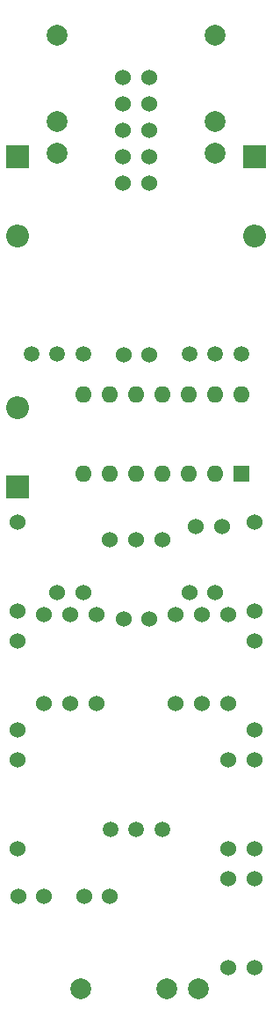
<source format=gbr>
%TF.GenerationSoftware,KiCad,Pcbnew,(6.0.2)*%
%TF.CreationDate,2022-09-19T13:12:04+01:00*%
%TF.ProjectId,comparator,636f6d70-6172-4617-946f-722e6b696361,rev?*%
%TF.SameCoordinates,Original*%
%TF.FileFunction,Soldermask,Bot*%
%TF.FilePolarity,Negative*%
%FSLAX46Y46*%
G04 Gerber Fmt 4.6, Leading zero omitted, Abs format (unit mm)*
G04 Created by KiCad (PCBNEW (6.0.2)) date 2022-09-19 13:12:04*
%MOMM*%
%LPD*%
G01*
G04 APERTURE LIST*
%ADD10C,2.000000*%
%ADD11C,1.524000*%
%ADD12C,1.500000*%
%ADD13O,2.200000X2.200000*%
%ADD14R,2.200000X2.200000*%
%ADD15R,1.600000X1.600000*%
%ADD16O,1.600000X1.600000*%
G04 APERTURE END LIST*
D10*
%TO.C,J1*%
X7620000Y-13620000D03*
X7620000Y-10520000D03*
X7620000Y-2220000D03*
%TD*%
D11*
%TO.C,SW1*%
X12700000Y-50800000D03*
X15240000Y-50800000D03*
X17780000Y-50800000D03*
%TD*%
%TO.C,LED3*%
X20340000Y-55880000D03*
X22840000Y-55880000D03*
%TD*%
%TO.C,LED1*%
X13990000Y-58420000D03*
X16490000Y-58420000D03*
%TD*%
D10*
%TO.C,J2*%
X22860000Y-13620000D03*
X22860000Y-10520000D03*
X22860000Y-2220000D03*
%TD*%
D12*
%TO.C,P2*%
X20360000Y-32900000D03*
X22860000Y-32900000D03*
X25360000Y-32900000D03*
%TD*%
D11*
%TO.C,LED2*%
X7620000Y-55880000D03*
X10120000Y-55880000D03*
%TD*%
D10*
%TO.C,J4*%
X21240000Y-93980000D03*
X18140000Y-93980000D03*
X9840000Y-93980000D03*
%TD*%
D12*
%TO.C,P1*%
X5120000Y-32900000D03*
X7620000Y-32900000D03*
X10120000Y-32900000D03*
%TD*%
%TO.C,P3*%
X12740000Y-78620000D03*
X15240000Y-78620000D03*
X17740000Y-78620000D03*
%TD*%
D11*
%TO.C,C1*%
X6350000Y-85090000D03*
X3850000Y-85090000D03*
%TD*%
%TO.C,R11*%
X3810000Y-80450000D03*
X3810000Y-71950000D03*
%TD*%
%TO.C,R10*%
X21590000Y-57980000D03*
X21590000Y-66480000D03*
%TD*%
%TO.C,R12*%
X24130000Y-57980000D03*
X24130000Y-66480000D03*
%TD*%
%TO.C,C4*%
X16510000Y-33020000D03*
X14010000Y-33020000D03*
%TD*%
%TO.C,R8*%
X26670000Y-83380000D03*
X26670000Y-91880000D03*
%TD*%
%TO.C,C3*%
X20975000Y-49530000D03*
X23475000Y-49530000D03*
%TD*%
%TO.C,R6*%
X26670000Y-71950000D03*
X26670000Y-80450000D03*
%TD*%
D13*
%TO.C,D3*%
X3810000Y-38100000D03*
D14*
X3810000Y-45720000D03*
%TD*%
D11*
%TO.C,R3*%
X3810000Y-57590000D03*
X3810000Y-49090000D03*
%TD*%
%TO.C,R4*%
X26670000Y-60520000D03*
X26670000Y-69020000D03*
%TD*%
%TO.C,R9*%
X11430000Y-57980000D03*
X11430000Y-66480000D03*
%TD*%
%TO.C,R5*%
X24130000Y-71950000D03*
X24130000Y-80450000D03*
%TD*%
%TO.C,R2*%
X26670000Y-49090000D03*
X26670000Y-57590000D03*
%TD*%
%TO.C,R14*%
X19050000Y-57980000D03*
X19050000Y-66480000D03*
%TD*%
%TO.C,J3*%
X13970000Y-16510000D03*
X16510000Y-16510000D03*
X13970000Y-13970000D03*
X16510000Y-13970000D03*
X13970000Y-11430000D03*
X16510000Y-11430000D03*
X13970000Y-8890000D03*
X16510000Y-8890000D03*
X13970000Y-6350000D03*
X16510000Y-6350000D03*
%TD*%
%TO.C,R1*%
X3810000Y-69020000D03*
X3810000Y-60520000D03*
%TD*%
D13*
%TO.C,D1*%
X3810000Y-21590000D03*
D14*
X3810000Y-13970000D03*
%TD*%
D11*
%TO.C,C2*%
X12700000Y-85090000D03*
X10200000Y-85090000D03*
%TD*%
%TO.C,R15*%
X8890000Y-57980000D03*
X8890000Y-66480000D03*
%TD*%
D15*
%TO.C,U1*%
X25380000Y-44440000D03*
D16*
X22840000Y-44440000D03*
X20300000Y-44440000D03*
X17760000Y-44440000D03*
X15220000Y-44440000D03*
X12680000Y-44440000D03*
X10140000Y-44440000D03*
X10140000Y-36820000D03*
X12680000Y-36820000D03*
X15220000Y-36820000D03*
X17760000Y-36820000D03*
X20300000Y-36820000D03*
X22840000Y-36820000D03*
X25380000Y-36820000D03*
%TD*%
D13*
%TO.C,D2*%
X26670000Y-21590000D03*
D14*
X26670000Y-13970000D03*
%TD*%
D11*
%TO.C,R13*%
X6350000Y-66480000D03*
X6350000Y-57980000D03*
%TD*%
%TO.C,R7*%
X24130000Y-83380000D03*
X24130000Y-91880000D03*
%TD*%
M02*

</source>
